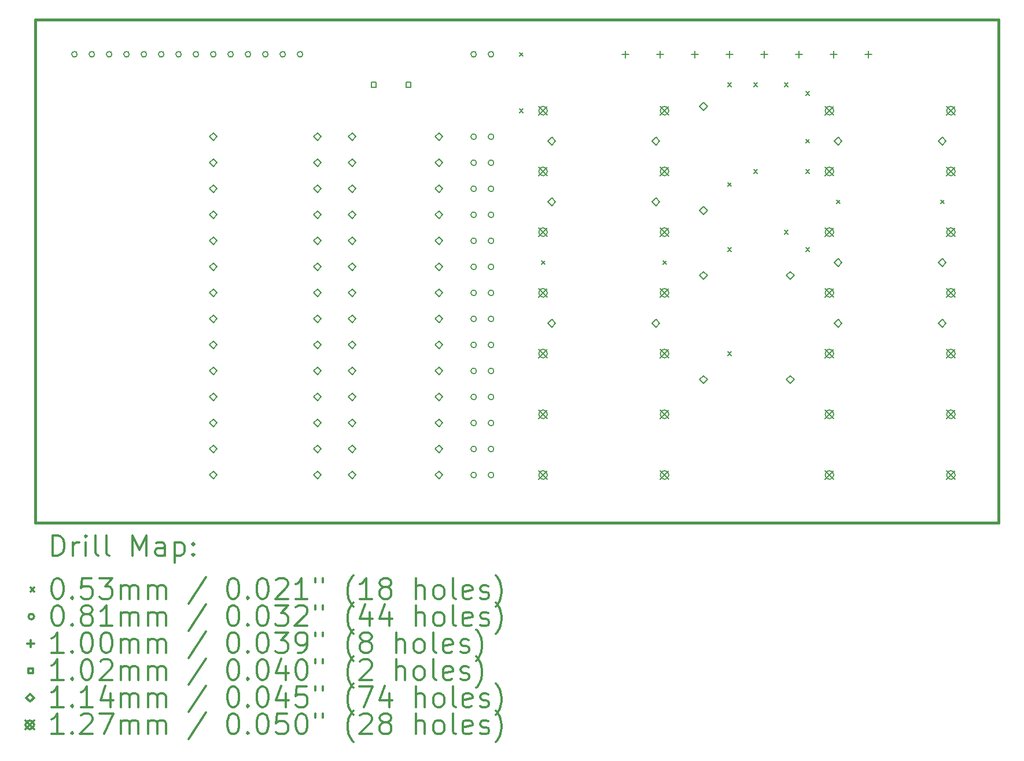
<source format=gbr>
%FSLAX45Y45*%
G04 Gerber Fmt 4.5, Leading zero omitted, Abs format (unit mm)*
G04 Created by KiCad (PCBNEW 4.0.5+dfsg1-4+deb9u1) date Sun Sep  4 20:08:49 2022*
%MOMM*%
%LPD*%
G01*
G04 APERTURE LIST*
%ADD10C,0.127000*%
%ADD11C,0.381000*%
%ADD12C,0.200000*%
%ADD13C,0.300000*%
G04 APERTURE END LIST*
D10*
D11*
X7937500Y-14414500D02*
X7937500Y-7048500D01*
X22034500Y-14414500D02*
X7937500Y-14414500D01*
X22034500Y-7048500D02*
X22034500Y-14414500D01*
X7937500Y-7048500D02*
X22034500Y-7048500D01*
D12*
X15022830Y-7529830D02*
X15076170Y-7583170D01*
X15076170Y-7529830D02*
X15022830Y-7583170D01*
X15022830Y-8355330D02*
X15076170Y-8408670D01*
X15076170Y-8355330D02*
X15022830Y-8408670D01*
X15340330Y-10577830D02*
X15393670Y-10631170D01*
X15393670Y-10577830D02*
X15340330Y-10631170D01*
X17118330Y-10577830D02*
X17171670Y-10631170D01*
X17171670Y-10577830D02*
X17118330Y-10631170D01*
X18070830Y-7974330D02*
X18124170Y-8027670D01*
X18124170Y-7974330D02*
X18070830Y-8027670D01*
X18070830Y-9434830D02*
X18124170Y-9488170D01*
X18124170Y-9434830D02*
X18070830Y-9488170D01*
X18070830Y-10387330D02*
X18124170Y-10440670D01*
X18124170Y-10387330D02*
X18070830Y-10440670D01*
X18070830Y-11911330D02*
X18124170Y-11964670D01*
X18124170Y-11911330D02*
X18070830Y-11964670D01*
X18451830Y-7974330D02*
X18505170Y-8027670D01*
X18505170Y-7974330D02*
X18451830Y-8027670D01*
X18451830Y-9244330D02*
X18505170Y-9297670D01*
X18505170Y-9244330D02*
X18451830Y-9297670D01*
X18896330Y-7974330D02*
X18949670Y-8027670D01*
X18949670Y-7974330D02*
X18896330Y-8027670D01*
X18896330Y-10133330D02*
X18949670Y-10186670D01*
X18949670Y-10133330D02*
X18896330Y-10186670D01*
X19213830Y-8101330D02*
X19267170Y-8154670D01*
X19267170Y-8101330D02*
X19213830Y-8154670D01*
X19213830Y-8799830D02*
X19267170Y-8853170D01*
X19267170Y-8799830D02*
X19213830Y-8853170D01*
X19213830Y-9244330D02*
X19267170Y-9297670D01*
X19267170Y-9244330D02*
X19213830Y-9297670D01*
X19213830Y-10387330D02*
X19267170Y-10440670D01*
X19267170Y-10387330D02*
X19213830Y-10440670D01*
X19658330Y-9688830D02*
X19711670Y-9742170D01*
X19711670Y-9688830D02*
X19658330Y-9742170D01*
X21182330Y-9688830D02*
X21235670Y-9742170D01*
X21235670Y-9688830D02*
X21182330Y-9742170D01*
X8549640Y-7556500D02*
G75*
G03X8549640Y-7556500I-40640J0D01*
G01*
X8803640Y-7556500D02*
G75*
G03X8803640Y-7556500I-40640J0D01*
G01*
X9057640Y-7556500D02*
G75*
G03X9057640Y-7556500I-40640J0D01*
G01*
X9311640Y-7556500D02*
G75*
G03X9311640Y-7556500I-40640J0D01*
G01*
X9565640Y-7556500D02*
G75*
G03X9565640Y-7556500I-40640J0D01*
G01*
X9819640Y-7556500D02*
G75*
G03X9819640Y-7556500I-40640J0D01*
G01*
X10073640Y-7556500D02*
G75*
G03X10073640Y-7556500I-40640J0D01*
G01*
X10327640Y-7556500D02*
G75*
G03X10327640Y-7556500I-40640J0D01*
G01*
X10581640Y-7556500D02*
G75*
G03X10581640Y-7556500I-40640J0D01*
G01*
X10835640Y-7556500D02*
G75*
G03X10835640Y-7556500I-40640J0D01*
G01*
X11089640Y-7556500D02*
G75*
G03X11089640Y-7556500I-40640J0D01*
G01*
X11343640Y-7556500D02*
G75*
G03X11343640Y-7556500I-40640J0D01*
G01*
X11597640Y-7556500D02*
G75*
G03X11597640Y-7556500I-40640J0D01*
G01*
X11851640Y-7556500D02*
G75*
G03X11851640Y-7556500I-40640J0D01*
G01*
X14391640Y-7556500D02*
G75*
G03X14391640Y-7556500I-40640J0D01*
G01*
X14391640Y-8763000D02*
G75*
G03X14391640Y-8763000I-40640J0D01*
G01*
X14391640Y-9144000D02*
G75*
G03X14391640Y-9144000I-40640J0D01*
G01*
X14391640Y-9525000D02*
G75*
G03X14391640Y-9525000I-40640J0D01*
G01*
X14391640Y-9906000D02*
G75*
G03X14391640Y-9906000I-40640J0D01*
G01*
X14391640Y-10287000D02*
G75*
G03X14391640Y-10287000I-40640J0D01*
G01*
X14391640Y-10668000D02*
G75*
G03X14391640Y-10668000I-40640J0D01*
G01*
X14391640Y-11049000D02*
G75*
G03X14391640Y-11049000I-40640J0D01*
G01*
X14391640Y-11430000D02*
G75*
G03X14391640Y-11430000I-40640J0D01*
G01*
X14391640Y-11811000D02*
G75*
G03X14391640Y-11811000I-40640J0D01*
G01*
X14391640Y-12192000D02*
G75*
G03X14391640Y-12192000I-40640J0D01*
G01*
X14391640Y-12573000D02*
G75*
G03X14391640Y-12573000I-40640J0D01*
G01*
X14391640Y-12954000D02*
G75*
G03X14391640Y-12954000I-40640J0D01*
G01*
X14391640Y-13335000D02*
G75*
G03X14391640Y-13335000I-40640J0D01*
G01*
X14391640Y-13716000D02*
G75*
G03X14391640Y-13716000I-40640J0D01*
G01*
X14645640Y-7556500D02*
G75*
G03X14645640Y-7556500I-40640J0D01*
G01*
X14645640Y-8763000D02*
G75*
G03X14645640Y-8763000I-40640J0D01*
G01*
X14645640Y-9144000D02*
G75*
G03X14645640Y-9144000I-40640J0D01*
G01*
X14645640Y-9525000D02*
G75*
G03X14645640Y-9525000I-40640J0D01*
G01*
X14645640Y-9906000D02*
G75*
G03X14645640Y-9906000I-40640J0D01*
G01*
X14645640Y-10287000D02*
G75*
G03X14645640Y-10287000I-40640J0D01*
G01*
X14645640Y-10668000D02*
G75*
G03X14645640Y-10668000I-40640J0D01*
G01*
X14645640Y-11049000D02*
G75*
G03X14645640Y-11049000I-40640J0D01*
G01*
X14645640Y-11430000D02*
G75*
G03X14645640Y-11430000I-40640J0D01*
G01*
X14645640Y-11811000D02*
G75*
G03X14645640Y-11811000I-40640J0D01*
G01*
X14645640Y-12192000D02*
G75*
G03X14645640Y-12192000I-40640J0D01*
G01*
X14645640Y-12573000D02*
G75*
G03X14645640Y-12573000I-40640J0D01*
G01*
X14645640Y-12954000D02*
G75*
G03X14645640Y-12954000I-40640J0D01*
G01*
X14645640Y-13335000D02*
G75*
G03X14645640Y-13335000I-40640J0D01*
G01*
X14645640Y-13716000D02*
G75*
G03X14645640Y-13716000I-40640J0D01*
G01*
X16573500Y-7506462D02*
X16573500Y-7606538D01*
X16523462Y-7556500D02*
X16623538Y-7556500D01*
X17081500Y-7506462D02*
X17081500Y-7606538D01*
X17031462Y-7556500D02*
X17131538Y-7556500D01*
X17589500Y-7506462D02*
X17589500Y-7606538D01*
X17539462Y-7556500D02*
X17639538Y-7556500D01*
X18097500Y-7506462D02*
X18097500Y-7606538D01*
X18047462Y-7556500D02*
X18147538Y-7556500D01*
X18605500Y-7506462D02*
X18605500Y-7606538D01*
X18555462Y-7556500D02*
X18655538Y-7556500D01*
X19113500Y-7506462D02*
X19113500Y-7606538D01*
X19063462Y-7556500D02*
X19163538Y-7556500D01*
X19621500Y-7506462D02*
X19621500Y-7606538D01*
X19571462Y-7556500D02*
X19671538Y-7556500D01*
X20129500Y-7506462D02*
X20129500Y-7606538D01*
X20079462Y-7556500D02*
X20179538Y-7556500D01*
X12926421Y-8036921D02*
X12926421Y-7965079D01*
X12854579Y-7965079D01*
X12854579Y-8036921D01*
X12926421Y-8036921D01*
X13434421Y-8036921D02*
X13434421Y-7965079D01*
X13362579Y-7965079D01*
X13362579Y-8036921D01*
X13434421Y-8036921D01*
X10541000Y-8820150D02*
X10598150Y-8763000D01*
X10541000Y-8705850D01*
X10483850Y-8763000D01*
X10541000Y-8820150D01*
X10541000Y-9201150D02*
X10598150Y-9144000D01*
X10541000Y-9086850D01*
X10483850Y-9144000D01*
X10541000Y-9201150D01*
X10541000Y-9582150D02*
X10598150Y-9525000D01*
X10541000Y-9467850D01*
X10483850Y-9525000D01*
X10541000Y-9582150D01*
X10541000Y-9963150D02*
X10598150Y-9906000D01*
X10541000Y-9848850D01*
X10483850Y-9906000D01*
X10541000Y-9963150D01*
X10541000Y-10344150D02*
X10598150Y-10287000D01*
X10541000Y-10229850D01*
X10483850Y-10287000D01*
X10541000Y-10344150D01*
X10541000Y-10725150D02*
X10598150Y-10668000D01*
X10541000Y-10610850D01*
X10483850Y-10668000D01*
X10541000Y-10725150D01*
X10541000Y-11106150D02*
X10598150Y-11049000D01*
X10541000Y-10991850D01*
X10483850Y-11049000D01*
X10541000Y-11106150D01*
X10541000Y-11487150D02*
X10598150Y-11430000D01*
X10541000Y-11372850D01*
X10483850Y-11430000D01*
X10541000Y-11487150D01*
X10541000Y-11868150D02*
X10598150Y-11811000D01*
X10541000Y-11753850D01*
X10483850Y-11811000D01*
X10541000Y-11868150D01*
X10541000Y-12249150D02*
X10598150Y-12192000D01*
X10541000Y-12134850D01*
X10483850Y-12192000D01*
X10541000Y-12249150D01*
X10541000Y-12630150D02*
X10598150Y-12573000D01*
X10541000Y-12515850D01*
X10483850Y-12573000D01*
X10541000Y-12630150D01*
X10541000Y-13011150D02*
X10598150Y-12954000D01*
X10541000Y-12896850D01*
X10483850Y-12954000D01*
X10541000Y-13011150D01*
X10541000Y-13392150D02*
X10598150Y-13335000D01*
X10541000Y-13277850D01*
X10483850Y-13335000D01*
X10541000Y-13392150D01*
X10541000Y-13773150D02*
X10598150Y-13716000D01*
X10541000Y-13658850D01*
X10483850Y-13716000D01*
X10541000Y-13773150D01*
X12065000Y-8820150D02*
X12122150Y-8763000D01*
X12065000Y-8705850D01*
X12007850Y-8763000D01*
X12065000Y-8820150D01*
X12065000Y-9201150D02*
X12122150Y-9144000D01*
X12065000Y-9086850D01*
X12007850Y-9144000D01*
X12065000Y-9201150D01*
X12065000Y-9582150D02*
X12122150Y-9525000D01*
X12065000Y-9467850D01*
X12007850Y-9525000D01*
X12065000Y-9582150D01*
X12065000Y-9963150D02*
X12122150Y-9906000D01*
X12065000Y-9848850D01*
X12007850Y-9906000D01*
X12065000Y-9963150D01*
X12065000Y-10344150D02*
X12122150Y-10287000D01*
X12065000Y-10229850D01*
X12007850Y-10287000D01*
X12065000Y-10344150D01*
X12065000Y-10725150D02*
X12122150Y-10668000D01*
X12065000Y-10610850D01*
X12007850Y-10668000D01*
X12065000Y-10725150D01*
X12065000Y-11106150D02*
X12122150Y-11049000D01*
X12065000Y-10991850D01*
X12007850Y-11049000D01*
X12065000Y-11106150D01*
X12065000Y-11487150D02*
X12122150Y-11430000D01*
X12065000Y-11372850D01*
X12007850Y-11430000D01*
X12065000Y-11487150D01*
X12065000Y-11868150D02*
X12122150Y-11811000D01*
X12065000Y-11753850D01*
X12007850Y-11811000D01*
X12065000Y-11868150D01*
X12065000Y-12249150D02*
X12122150Y-12192000D01*
X12065000Y-12134850D01*
X12007850Y-12192000D01*
X12065000Y-12249150D01*
X12065000Y-12630150D02*
X12122150Y-12573000D01*
X12065000Y-12515850D01*
X12007850Y-12573000D01*
X12065000Y-12630150D01*
X12065000Y-13011150D02*
X12122150Y-12954000D01*
X12065000Y-12896850D01*
X12007850Y-12954000D01*
X12065000Y-13011150D01*
X12065000Y-13392150D02*
X12122150Y-13335000D01*
X12065000Y-13277850D01*
X12007850Y-13335000D01*
X12065000Y-13392150D01*
X12065000Y-13773150D02*
X12122150Y-13716000D01*
X12065000Y-13658850D01*
X12007850Y-13716000D01*
X12065000Y-13773150D01*
X12573000Y-8820150D02*
X12630150Y-8763000D01*
X12573000Y-8705850D01*
X12515850Y-8763000D01*
X12573000Y-8820150D01*
X12573000Y-9201150D02*
X12630150Y-9144000D01*
X12573000Y-9086850D01*
X12515850Y-9144000D01*
X12573000Y-9201150D01*
X12573000Y-9582150D02*
X12630150Y-9525000D01*
X12573000Y-9467850D01*
X12515850Y-9525000D01*
X12573000Y-9582150D01*
X12573000Y-9963150D02*
X12630150Y-9906000D01*
X12573000Y-9848850D01*
X12515850Y-9906000D01*
X12573000Y-9963150D01*
X12573000Y-10344150D02*
X12630150Y-10287000D01*
X12573000Y-10229850D01*
X12515850Y-10287000D01*
X12573000Y-10344150D01*
X12573000Y-10725150D02*
X12630150Y-10668000D01*
X12573000Y-10610850D01*
X12515850Y-10668000D01*
X12573000Y-10725150D01*
X12573000Y-11106150D02*
X12630150Y-11049000D01*
X12573000Y-10991850D01*
X12515850Y-11049000D01*
X12573000Y-11106150D01*
X12573000Y-11487150D02*
X12630150Y-11430000D01*
X12573000Y-11372850D01*
X12515850Y-11430000D01*
X12573000Y-11487150D01*
X12573000Y-11868150D02*
X12630150Y-11811000D01*
X12573000Y-11753850D01*
X12515850Y-11811000D01*
X12573000Y-11868150D01*
X12573000Y-12249150D02*
X12630150Y-12192000D01*
X12573000Y-12134850D01*
X12515850Y-12192000D01*
X12573000Y-12249150D01*
X12573000Y-12630150D02*
X12630150Y-12573000D01*
X12573000Y-12515850D01*
X12515850Y-12573000D01*
X12573000Y-12630150D01*
X12573000Y-13011150D02*
X12630150Y-12954000D01*
X12573000Y-12896850D01*
X12515850Y-12954000D01*
X12573000Y-13011150D01*
X12573000Y-13392150D02*
X12630150Y-13335000D01*
X12573000Y-13277850D01*
X12515850Y-13335000D01*
X12573000Y-13392150D01*
X12573000Y-13773150D02*
X12630150Y-13716000D01*
X12573000Y-13658850D01*
X12515850Y-13716000D01*
X12573000Y-13773150D01*
X13843000Y-8820150D02*
X13900150Y-8763000D01*
X13843000Y-8705850D01*
X13785850Y-8763000D01*
X13843000Y-8820150D01*
X13843000Y-9201150D02*
X13900150Y-9144000D01*
X13843000Y-9086850D01*
X13785850Y-9144000D01*
X13843000Y-9201150D01*
X13843000Y-9582150D02*
X13900150Y-9525000D01*
X13843000Y-9467850D01*
X13785850Y-9525000D01*
X13843000Y-9582150D01*
X13843000Y-9963150D02*
X13900150Y-9906000D01*
X13843000Y-9848850D01*
X13785850Y-9906000D01*
X13843000Y-9963150D01*
X13843000Y-10344150D02*
X13900150Y-10287000D01*
X13843000Y-10229850D01*
X13785850Y-10287000D01*
X13843000Y-10344150D01*
X13843000Y-10725150D02*
X13900150Y-10668000D01*
X13843000Y-10610850D01*
X13785850Y-10668000D01*
X13843000Y-10725150D01*
X13843000Y-11106150D02*
X13900150Y-11049000D01*
X13843000Y-10991850D01*
X13785850Y-11049000D01*
X13843000Y-11106150D01*
X13843000Y-11487150D02*
X13900150Y-11430000D01*
X13843000Y-11372850D01*
X13785850Y-11430000D01*
X13843000Y-11487150D01*
X13843000Y-11868150D02*
X13900150Y-11811000D01*
X13843000Y-11753850D01*
X13785850Y-11811000D01*
X13843000Y-11868150D01*
X13843000Y-12249150D02*
X13900150Y-12192000D01*
X13843000Y-12134850D01*
X13785850Y-12192000D01*
X13843000Y-12249150D01*
X13843000Y-12630150D02*
X13900150Y-12573000D01*
X13843000Y-12515850D01*
X13785850Y-12573000D01*
X13843000Y-12630150D01*
X13843000Y-13011150D02*
X13900150Y-12954000D01*
X13843000Y-12896850D01*
X13785850Y-12954000D01*
X13843000Y-13011150D01*
X13843000Y-13392150D02*
X13900150Y-13335000D01*
X13843000Y-13277850D01*
X13785850Y-13335000D01*
X13843000Y-13392150D01*
X13843000Y-13773150D02*
X13900150Y-13716000D01*
X13843000Y-13658850D01*
X13785850Y-13716000D01*
X13843000Y-13773150D01*
X15494000Y-8883650D02*
X15551150Y-8826500D01*
X15494000Y-8769350D01*
X15436850Y-8826500D01*
X15494000Y-8883650D01*
X15494000Y-9772650D02*
X15551150Y-9715500D01*
X15494000Y-9658350D01*
X15436850Y-9715500D01*
X15494000Y-9772650D01*
X15494000Y-11550650D02*
X15551150Y-11493500D01*
X15494000Y-11436350D01*
X15436850Y-11493500D01*
X15494000Y-11550650D01*
X17018000Y-8883650D02*
X17075150Y-8826500D01*
X17018000Y-8769350D01*
X16960850Y-8826500D01*
X17018000Y-8883650D01*
X17018000Y-9772650D02*
X17075150Y-9715500D01*
X17018000Y-9658350D01*
X16960850Y-9715500D01*
X17018000Y-9772650D01*
X17018000Y-11550650D02*
X17075150Y-11493500D01*
X17018000Y-11436350D01*
X16960850Y-11493500D01*
X17018000Y-11550650D01*
X17716500Y-8375650D02*
X17773650Y-8318500D01*
X17716500Y-8261350D01*
X17659350Y-8318500D01*
X17716500Y-8375650D01*
X17716500Y-9899650D02*
X17773650Y-9842500D01*
X17716500Y-9785350D01*
X17659350Y-9842500D01*
X17716500Y-9899650D01*
X17716500Y-10852150D02*
X17773650Y-10795000D01*
X17716500Y-10737850D01*
X17659350Y-10795000D01*
X17716500Y-10852150D01*
X17716500Y-12376150D02*
X17773650Y-12319000D01*
X17716500Y-12261850D01*
X17659350Y-12319000D01*
X17716500Y-12376150D01*
X18986500Y-10852150D02*
X19043650Y-10795000D01*
X18986500Y-10737850D01*
X18929350Y-10795000D01*
X18986500Y-10852150D01*
X18986500Y-12376150D02*
X19043650Y-12319000D01*
X18986500Y-12261850D01*
X18929350Y-12319000D01*
X18986500Y-12376150D01*
X19685000Y-8883650D02*
X19742150Y-8826500D01*
X19685000Y-8769350D01*
X19627850Y-8826500D01*
X19685000Y-8883650D01*
X19685000Y-10661650D02*
X19742150Y-10604500D01*
X19685000Y-10547350D01*
X19627850Y-10604500D01*
X19685000Y-10661650D01*
X19685000Y-11550650D02*
X19742150Y-11493500D01*
X19685000Y-11436350D01*
X19627850Y-11493500D01*
X19685000Y-11550650D01*
X21209000Y-8883650D02*
X21266150Y-8826500D01*
X21209000Y-8769350D01*
X21151850Y-8826500D01*
X21209000Y-8883650D01*
X21209000Y-10661650D02*
X21266150Y-10604500D01*
X21209000Y-10547350D01*
X21151850Y-10604500D01*
X21209000Y-10661650D01*
X21209000Y-11550650D02*
X21266150Y-11493500D01*
X21209000Y-11436350D01*
X21151850Y-11493500D01*
X21209000Y-11550650D01*
X15303500Y-8318500D02*
X15430500Y-8445500D01*
X15430500Y-8318500D02*
X15303500Y-8445500D01*
X15430500Y-8382000D02*
G75*
G03X15430500Y-8382000I-63500J0D01*
G01*
X15303500Y-9207500D02*
X15430500Y-9334500D01*
X15430500Y-9207500D02*
X15303500Y-9334500D01*
X15430500Y-9271000D02*
G75*
G03X15430500Y-9271000I-63500J0D01*
G01*
X15303500Y-10096500D02*
X15430500Y-10223500D01*
X15430500Y-10096500D02*
X15303500Y-10223500D01*
X15430500Y-10160000D02*
G75*
G03X15430500Y-10160000I-63500J0D01*
G01*
X15303500Y-10985500D02*
X15430500Y-11112500D01*
X15430500Y-10985500D02*
X15303500Y-11112500D01*
X15430500Y-11049000D02*
G75*
G03X15430500Y-11049000I-63500J0D01*
G01*
X15303500Y-11874500D02*
X15430500Y-12001500D01*
X15430500Y-11874500D02*
X15303500Y-12001500D01*
X15430500Y-11938000D02*
G75*
G03X15430500Y-11938000I-63500J0D01*
G01*
X15303500Y-12763500D02*
X15430500Y-12890500D01*
X15430500Y-12763500D02*
X15303500Y-12890500D01*
X15430500Y-12827000D02*
G75*
G03X15430500Y-12827000I-63500J0D01*
G01*
X15303500Y-13652500D02*
X15430500Y-13779500D01*
X15430500Y-13652500D02*
X15303500Y-13779500D01*
X15430500Y-13716000D02*
G75*
G03X15430500Y-13716000I-63500J0D01*
G01*
X17081500Y-8318500D02*
X17208500Y-8445500D01*
X17208500Y-8318500D02*
X17081500Y-8445500D01*
X17208500Y-8382000D02*
G75*
G03X17208500Y-8382000I-63500J0D01*
G01*
X17081500Y-9207500D02*
X17208500Y-9334500D01*
X17208500Y-9207500D02*
X17081500Y-9334500D01*
X17208500Y-9271000D02*
G75*
G03X17208500Y-9271000I-63500J0D01*
G01*
X17081500Y-10096500D02*
X17208500Y-10223500D01*
X17208500Y-10096500D02*
X17081500Y-10223500D01*
X17208500Y-10160000D02*
G75*
G03X17208500Y-10160000I-63500J0D01*
G01*
X17081500Y-10985500D02*
X17208500Y-11112500D01*
X17208500Y-10985500D02*
X17081500Y-11112500D01*
X17208500Y-11049000D02*
G75*
G03X17208500Y-11049000I-63500J0D01*
G01*
X17081500Y-11874500D02*
X17208500Y-12001500D01*
X17208500Y-11874500D02*
X17081500Y-12001500D01*
X17208500Y-11938000D02*
G75*
G03X17208500Y-11938000I-63500J0D01*
G01*
X17081500Y-12763500D02*
X17208500Y-12890500D01*
X17208500Y-12763500D02*
X17081500Y-12890500D01*
X17208500Y-12827000D02*
G75*
G03X17208500Y-12827000I-63500J0D01*
G01*
X17081500Y-13652500D02*
X17208500Y-13779500D01*
X17208500Y-13652500D02*
X17081500Y-13779500D01*
X17208500Y-13716000D02*
G75*
G03X17208500Y-13716000I-63500J0D01*
G01*
X19494500Y-8318500D02*
X19621500Y-8445500D01*
X19621500Y-8318500D02*
X19494500Y-8445500D01*
X19621500Y-8382000D02*
G75*
G03X19621500Y-8382000I-63500J0D01*
G01*
X19494500Y-9207500D02*
X19621500Y-9334500D01*
X19621500Y-9207500D02*
X19494500Y-9334500D01*
X19621500Y-9271000D02*
G75*
G03X19621500Y-9271000I-63500J0D01*
G01*
X19494500Y-10096500D02*
X19621500Y-10223500D01*
X19621500Y-10096500D02*
X19494500Y-10223500D01*
X19621500Y-10160000D02*
G75*
G03X19621500Y-10160000I-63500J0D01*
G01*
X19494500Y-10985500D02*
X19621500Y-11112500D01*
X19621500Y-10985500D02*
X19494500Y-11112500D01*
X19621500Y-11049000D02*
G75*
G03X19621500Y-11049000I-63500J0D01*
G01*
X19494500Y-11874500D02*
X19621500Y-12001500D01*
X19621500Y-11874500D02*
X19494500Y-12001500D01*
X19621500Y-11938000D02*
G75*
G03X19621500Y-11938000I-63500J0D01*
G01*
X19494500Y-12763500D02*
X19621500Y-12890500D01*
X19621500Y-12763500D02*
X19494500Y-12890500D01*
X19621500Y-12827000D02*
G75*
G03X19621500Y-12827000I-63500J0D01*
G01*
X19494500Y-13652500D02*
X19621500Y-13779500D01*
X19621500Y-13652500D02*
X19494500Y-13779500D01*
X19621500Y-13716000D02*
G75*
G03X19621500Y-13716000I-63500J0D01*
G01*
X21272500Y-8318500D02*
X21399500Y-8445500D01*
X21399500Y-8318500D02*
X21272500Y-8445500D01*
X21399500Y-8382000D02*
G75*
G03X21399500Y-8382000I-63500J0D01*
G01*
X21272500Y-9207500D02*
X21399500Y-9334500D01*
X21399500Y-9207500D02*
X21272500Y-9334500D01*
X21399500Y-9271000D02*
G75*
G03X21399500Y-9271000I-63500J0D01*
G01*
X21272500Y-10096500D02*
X21399500Y-10223500D01*
X21399500Y-10096500D02*
X21272500Y-10223500D01*
X21399500Y-10160000D02*
G75*
G03X21399500Y-10160000I-63500J0D01*
G01*
X21272500Y-10985500D02*
X21399500Y-11112500D01*
X21399500Y-10985500D02*
X21272500Y-11112500D01*
X21399500Y-11049000D02*
G75*
G03X21399500Y-11049000I-63500J0D01*
G01*
X21272500Y-11874500D02*
X21399500Y-12001500D01*
X21399500Y-11874500D02*
X21272500Y-12001500D01*
X21399500Y-11938000D02*
G75*
G03X21399500Y-11938000I-63500J0D01*
G01*
X21272500Y-12763500D02*
X21399500Y-12890500D01*
X21399500Y-12763500D02*
X21272500Y-12890500D01*
X21399500Y-12827000D02*
G75*
G03X21399500Y-12827000I-63500J0D01*
G01*
X21272500Y-13652500D02*
X21399500Y-13779500D01*
X21399500Y-13652500D02*
X21272500Y-13779500D01*
X21399500Y-13716000D02*
G75*
G03X21399500Y-13716000I-63500J0D01*
G01*
D13*
X8189878Y-14899264D02*
X8189878Y-14599264D01*
X8261307Y-14599264D01*
X8304164Y-14613550D01*
X8332736Y-14642121D01*
X8347021Y-14670693D01*
X8361307Y-14727836D01*
X8361307Y-14770693D01*
X8347021Y-14827836D01*
X8332736Y-14856407D01*
X8304164Y-14884979D01*
X8261307Y-14899264D01*
X8189878Y-14899264D01*
X8489879Y-14899264D02*
X8489879Y-14699264D01*
X8489879Y-14756407D02*
X8504164Y-14727836D01*
X8518450Y-14713550D01*
X8547021Y-14699264D01*
X8575593Y-14699264D01*
X8675593Y-14899264D02*
X8675593Y-14699264D01*
X8675593Y-14599264D02*
X8661307Y-14613550D01*
X8675593Y-14627836D01*
X8689879Y-14613550D01*
X8675593Y-14599264D01*
X8675593Y-14627836D01*
X8861307Y-14899264D02*
X8832736Y-14884979D01*
X8818450Y-14856407D01*
X8818450Y-14599264D01*
X9018450Y-14899264D02*
X8989879Y-14884979D01*
X8975593Y-14856407D01*
X8975593Y-14599264D01*
X9361307Y-14899264D02*
X9361307Y-14599264D01*
X9461307Y-14813550D01*
X9561307Y-14599264D01*
X9561307Y-14899264D01*
X9832736Y-14899264D02*
X9832736Y-14742121D01*
X9818450Y-14713550D01*
X9789879Y-14699264D01*
X9732736Y-14699264D01*
X9704164Y-14713550D01*
X9832736Y-14884979D02*
X9804164Y-14899264D01*
X9732736Y-14899264D01*
X9704164Y-14884979D01*
X9689879Y-14856407D01*
X9689879Y-14827836D01*
X9704164Y-14799264D01*
X9732736Y-14784979D01*
X9804164Y-14784979D01*
X9832736Y-14770693D01*
X9975593Y-14699264D02*
X9975593Y-14999264D01*
X9975593Y-14713550D02*
X10004164Y-14699264D01*
X10061307Y-14699264D01*
X10089879Y-14713550D01*
X10104164Y-14727836D01*
X10118450Y-14756407D01*
X10118450Y-14842121D01*
X10104164Y-14870693D01*
X10089879Y-14884979D01*
X10061307Y-14899264D01*
X10004164Y-14899264D01*
X9975593Y-14884979D01*
X10247021Y-14870693D02*
X10261307Y-14884979D01*
X10247021Y-14899264D01*
X10232736Y-14884979D01*
X10247021Y-14870693D01*
X10247021Y-14899264D01*
X10247021Y-14713550D02*
X10261307Y-14727836D01*
X10247021Y-14742121D01*
X10232736Y-14727836D01*
X10247021Y-14713550D01*
X10247021Y-14742121D01*
X7865110Y-15366880D02*
X7918450Y-15420220D01*
X7918450Y-15366880D02*
X7865110Y-15420220D01*
X8247021Y-15229264D02*
X8275593Y-15229264D01*
X8304164Y-15243550D01*
X8318450Y-15257836D01*
X8332736Y-15286407D01*
X8347021Y-15343550D01*
X8347021Y-15414979D01*
X8332736Y-15472121D01*
X8318450Y-15500693D01*
X8304164Y-15514979D01*
X8275593Y-15529264D01*
X8247021Y-15529264D01*
X8218450Y-15514979D01*
X8204164Y-15500693D01*
X8189878Y-15472121D01*
X8175593Y-15414979D01*
X8175593Y-15343550D01*
X8189878Y-15286407D01*
X8204164Y-15257836D01*
X8218450Y-15243550D01*
X8247021Y-15229264D01*
X8475593Y-15500693D02*
X8489879Y-15514979D01*
X8475593Y-15529264D01*
X8461307Y-15514979D01*
X8475593Y-15500693D01*
X8475593Y-15529264D01*
X8761307Y-15229264D02*
X8618450Y-15229264D01*
X8604164Y-15372121D01*
X8618450Y-15357836D01*
X8647021Y-15343550D01*
X8718450Y-15343550D01*
X8747021Y-15357836D01*
X8761307Y-15372121D01*
X8775593Y-15400693D01*
X8775593Y-15472121D01*
X8761307Y-15500693D01*
X8747021Y-15514979D01*
X8718450Y-15529264D01*
X8647021Y-15529264D01*
X8618450Y-15514979D01*
X8604164Y-15500693D01*
X8875593Y-15229264D02*
X9061307Y-15229264D01*
X8961307Y-15343550D01*
X9004164Y-15343550D01*
X9032736Y-15357836D01*
X9047021Y-15372121D01*
X9061307Y-15400693D01*
X9061307Y-15472121D01*
X9047021Y-15500693D01*
X9032736Y-15514979D01*
X9004164Y-15529264D01*
X8918450Y-15529264D01*
X8889879Y-15514979D01*
X8875593Y-15500693D01*
X9189879Y-15529264D02*
X9189879Y-15329264D01*
X9189879Y-15357836D02*
X9204164Y-15343550D01*
X9232736Y-15329264D01*
X9275593Y-15329264D01*
X9304164Y-15343550D01*
X9318450Y-15372121D01*
X9318450Y-15529264D01*
X9318450Y-15372121D02*
X9332736Y-15343550D01*
X9361307Y-15329264D01*
X9404164Y-15329264D01*
X9432736Y-15343550D01*
X9447021Y-15372121D01*
X9447021Y-15529264D01*
X9589879Y-15529264D02*
X9589879Y-15329264D01*
X9589879Y-15357836D02*
X9604164Y-15343550D01*
X9632736Y-15329264D01*
X9675593Y-15329264D01*
X9704164Y-15343550D01*
X9718450Y-15372121D01*
X9718450Y-15529264D01*
X9718450Y-15372121D02*
X9732736Y-15343550D01*
X9761307Y-15329264D01*
X9804164Y-15329264D01*
X9832736Y-15343550D01*
X9847021Y-15372121D01*
X9847021Y-15529264D01*
X10432736Y-15214979D02*
X10175593Y-15600693D01*
X10818450Y-15229264D02*
X10847021Y-15229264D01*
X10875593Y-15243550D01*
X10889878Y-15257836D01*
X10904164Y-15286407D01*
X10918450Y-15343550D01*
X10918450Y-15414979D01*
X10904164Y-15472121D01*
X10889878Y-15500693D01*
X10875593Y-15514979D01*
X10847021Y-15529264D01*
X10818450Y-15529264D01*
X10789878Y-15514979D01*
X10775593Y-15500693D01*
X10761307Y-15472121D01*
X10747021Y-15414979D01*
X10747021Y-15343550D01*
X10761307Y-15286407D01*
X10775593Y-15257836D01*
X10789878Y-15243550D01*
X10818450Y-15229264D01*
X11047021Y-15500693D02*
X11061307Y-15514979D01*
X11047021Y-15529264D01*
X11032736Y-15514979D01*
X11047021Y-15500693D01*
X11047021Y-15529264D01*
X11247021Y-15229264D02*
X11275593Y-15229264D01*
X11304164Y-15243550D01*
X11318450Y-15257836D01*
X11332735Y-15286407D01*
X11347021Y-15343550D01*
X11347021Y-15414979D01*
X11332735Y-15472121D01*
X11318450Y-15500693D01*
X11304164Y-15514979D01*
X11275593Y-15529264D01*
X11247021Y-15529264D01*
X11218450Y-15514979D01*
X11204164Y-15500693D01*
X11189878Y-15472121D01*
X11175593Y-15414979D01*
X11175593Y-15343550D01*
X11189878Y-15286407D01*
X11204164Y-15257836D01*
X11218450Y-15243550D01*
X11247021Y-15229264D01*
X11461307Y-15257836D02*
X11475593Y-15243550D01*
X11504164Y-15229264D01*
X11575593Y-15229264D01*
X11604164Y-15243550D01*
X11618450Y-15257836D01*
X11632735Y-15286407D01*
X11632735Y-15314979D01*
X11618450Y-15357836D01*
X11447021Y-15529264D01*
X11632735Y-15529264D01*
X11918450Y-15529264D02*
X11747021Y-15529264D01*
X11832735Y-15529264D02*
X11832735Y-15229264D01*
X11804164Y-15272121D01*
X11775593Y-15300693D01*
X11747021Y-15314979D01*
X12032736Y-15229264D02*
X12032736Y-15286407D01*
X12147021Y-15229264D02*
X12147021Y-15286407D01*
X12589878Y-15643550D02*
X12575593Y-15629264D01*
X12547021Y-15586407D01*
X12532735Y-15557836D01*
X12518450Y-15514979D01*
X12504164Y-15443550D01*
X12504164Y-15386407D01*
X12518450Y-15314979D01*
X12532735Y-15272121D01*
X12547021Y-15243550D01*
X12575593Y-15200693D01*
X12589878Y-15186407D01*
X12861307Y-15529264D02*
X12689878Y-15529264D01*
X12775593Y-15529264D02*
X12775593Y-15229264D01*
X12747021Y-15272121D01*
X12718450Y-15300693D01*
X12689878Y-15314979D01*
X13032735Y-15357836D02*
X13004164Y-15343550D01*
X12989878Y-15329264D01*
X12975593Y-15300693D01*
X12975593Y-15286407D01*
X12989878Y-15257836D01*
X13004164Y-15243550D01*
X13032735Y-15229264D01*
X13089878Y-15229264D01*
X13118450Y-15243550D01*
X13132735Y-15257836D01*
X13147021Y-15286407D01*
X13147021Y-15300693D01*
X13132735Y-15329264D01*
X13118450Y-15343550D01*
X13089878Y-15357836D01*
X13032735Y-15357836D01*
X13004164Y-15372121D01*
X12989878Y-15386407D01*
X12975593Y-15414979D01*
X12975593Y-15472121D01*
X12989878Y-15500693D01*
X13004164Y-15514979D01*
X13032735Y-15529264D01*
X13089878Y-15529264D01*
X13118450Y-15514979D01*
X13132735Y-15500693D01*
X13147021Y-15472121D01*
X13147021Y-15414979D01*
X13132735Y-15386407D01*
X13118450Y-15372121D01*
X13089878Y-15357836D01*
X13504164Y-15529264D02*
X13504164Y-15229264D01*
X13632735Y-15529264D02*
X13632735Y-15372121D01*
X13618450Y-15343550D01*
X13589878Y-15329264D01*
X13547021Y-15329264D01*
X13518450Y-15343550D01*
X13504164Y-15357836D01*
X13818450Y-15529264D02*
X13789878Y-15514979D01*
X13775593Y-15500693D01*
X13761307Y-15472121D01*
X13761307Y-15386407D01*
X13775593Y-15357836D01*
X13789878Y-15343550D01*
X13818450Y-15329264D01*
X13861307Y-15329264D01*
X13889878Y-15343550D01*
X13904164Y-15357836D01*
X13918450Y-15386407D01*
X13918450Y-15472121D01*
X13904164Y-15500693D01*
X13889878Y-15514979D01*
X13861307Y-15529264D01*
X13818450Y-15529264D01*
X14089878Y-15529264D02*
X14061307Y-15514979D01*
X14047021Y-15486407D01*
X14047021Y-15229264D01*
X14318450Y-15514979D02*
X14289878Y-15529264D01*
X14232736Y-15529264D01*
X14204164Y-15514979D01*
X14189878Y-15486407D01*
X14189878Y-15372121D01*
X14204164Y-15343550D01*
X14232736Y-15329264D01*
X14289878Y-15329264D01*
X14318450Y-15343550D01*
X14332736Y-15372121D01*
X14332736Y-15400693D01*
X14189878Y-15429264D01*
X14447021Y-15514979D02*
X14475593Y-15529264D01*
X14532736Y-15529264D01*
X14561307Y-15514979D01*
X14575593Y-15486407D01*
X14575593Y-15472121D01*
X14561307Y-15443550D01*
X14532736Y-15429264D01*
X14489878Y-15429264D01*
X14461307Y-15414979D01*
X14447021Y-15386407D01*
X14447021Y-15372121D01*
X14461307Y-15343550D01*
X14489878Y-15329264D01*
X14532736Y-15329264D01*
X14561307Y-15343550D01*
X14675593Y-15643550D02*
X14689878Y-15629264D01*
X14718450Y-15586407D01*
X14732736Y-15557836D01*
X14747021Y-15514979D01*
X14761307Y-15443550D01*
X14761307Y-15386407D01*
X14747021Y-15314979D01*
X14732736Y-15272121D01*
X14718450Y-15243550D01*
X14689878Y-15200693D01*
X14675593Y-15186407D01*
X7918450Y-15789550D02*
G75*
G03X7918450Y-15789550I-40640J0D01*
G01*
X8247021Y-15625264D02*
X8275593Y-15625264D01*
X8304164Y-15639550D01*
X8318450Y-15653836D01*
X8332736Y-15682407D01*
X8347021Y-15739550D01*
X8347021Y-15810979D01*
X8332736Y-15868121D01*
X8318450Y-15896693D01*
X8304164Y-15910979D01*
X8275593Y-15925264D01*
X8247021Y-15925264D01*
X8218450Y-15910979D01*
X8204164Y-15896693D01*
X8189878Y-15868121D01*
X8175593Y-15810979D01*
X8175593Y-15739550D01*
X8189878Y-15682407D01*
X8204164Y-15653836D01*
X8218450Y-15639550D01*
X8247021Y-15625264D01*
X8475593Y-15896693D02*
X8489879Y-15910979D01*
X8475593Y-15925264D01*
X8461307Y-15910979D01*
X8475593Y-15896693D01*
X8475593Y-15925264D01*
X8661307Y-15753836D02*
X8632736Y-15739550D01*
X8618450Y-15725264D01*
X8604164Y-15696693D01*
X8604164Y-15682407D01*
X8618450Y-15653836D01*
X8632736Y-15639550D01*
X8661307Y-15625264D01*
X8718450Y-15625264D01*
X8747021Y-15639550D01*
X8761307Y-15653836D01*
X8775593Y-15682407D01*
X8775593Y-15696693D01*
X8761307Y-15725264D01*
X8747021Y-15739550D01*
X8718450Y-15753836D01*
X8661307Y-15753836D01*
X8632736Y-15768121D01*
X8618450Y-15782407D01*
X8604164Y-15810979D01*
X8604164Y-15868121D01*
X8618450Y-15896693D01*
X8632736Y-15910979D01*
X8661307Y-15925264D01*
X8718450Y-15925264D01*
X8747021Y-15910979D01*
X8761307Y-15896693D01*
X8775593Y-15868121D01*
X8775593Y-15810979D01*
X8761307Y-15782407D01*
X8747021Y-15768121D01*
X8718450Y-15753836D01*
X9061307Y-15925264D02*
X8889879Y-15925264D01*
X8975593Y-15925264D02*
X8975593Y-15625264D01*
X8947021Y-15668121D01*
X8918450Y-15696693D01*
X8889879Y-15710979D01*
X9189879Y-15925264D02*
X9189879Y-15725264D01*
X9189879Y-15753836D02*
X9204164Y-15739550D01*
X9232736Y-15725264D01*
X9275593Y-15725264D01*
X9304164Y-15739550D01*
X9318450Y-15768121D01*
X9318450Y-15925264D01*
X9318450Y-15768121D02*
X9332736Y-15739550D01*
X9361307Y-15725264D01*
X9404164Y-15725264D01*
X9432736Y-15739550D01*
X9447021Y-15768121D01*
X9447021Y-15925264D01*
X9589879Y-15925264D02*
X9589879Y-15725264D01*
X9589879Y-15753836D02*
X9604164Y-15739550D01*
X9632736Y-15725264D01*
X9675593Y-15725264D01*
X9704164Y-15739550D01*
X9718450Y-15768121D01*
X9718450Y-15925264D01*
X9718450Y-15768121D02*
X9732736Y-15739550D01*
X9761307Y-15725264D01*
X9804164Y-15725264D01*
X9832736Y-15739550D01*
X9847021Y-15768121D01*
X9847021Y-15925264D01*
X10432736Y-15610979D02*
X10175593Y-15996693D01*
X10818450Y-15625264D02*
X10847021Y-15625264D01*
X10875593Y-15639550D01*
X10889878Y-15653836D01*
X10904164Y-15682407D01*
X10918450Y-15739550D01*
X10918450Y-15810979D01*
X10904164Y-15868121D01*
X10889878Y-15896693D01*
X10875593Y-15910979D01*
X10847021Y-15925264D01*
X10818450Y-15925264D01*
X10789878Y-15910979D01*
X10775593Y-15896693D01*
X10761307Y-15868121D01*
X10747021Y-15810979D01*
X10747021Y-15739550D01*
X10761307Y-15682407D01*
X10775593Y-15653836D01*
X10789878Y-15639550D01*
X10818450Y-15625264D01*
X11047021Y-15896693D02*
X11061307Y-15910979D01*
X11047021Y-15925264D01*
X11032736Y-15910979D01*
X11047021Y-15896693D01*
X11047021Y-15925264D01*
X11247021Y-15625264D02*
X11275593Y-15625264D01*
X11304164Y-15639550D01*
X11318450Y-15653836D01*
X11332735Y-15682407D01*
X11347021Y-15739550D01*
X11347021Y-15810979D01*
X11332735Y-15868121D01*
X11318450Y-15896693D01*
X11304164Y-15910979D01*
X11275593Y-15925264D01*
X11247021Y-15925264D01*
X11218450Y-15910979D01*
X11204164Y-15896693D01*
X11189878Y-15868121D01*
X11175593Y-15810979D01*
X11175593Y-15739550D01*
X11189878Y-15682407D01*
X11204164Y-15653836D01*
X11218450Y-15639550D01*
X11247021Y-15625264D01*
X11447021Y-15625264D02*
X11632735Y-15625264D01*
X11532735Y-15739550D01*
X11575593Y-15739550D01*
X11604164Y-15753836D01*
X11618450Y-15768121D01*
X11632735Y-15796693D01*
X11632735Y-15868121D01*
X11618450Y-15896693D01*
X11604164Y-15910979D01*
X11575593Y-15925264D01*
X11489878Y-15925264D01*
X11461307Y-15910979D01*
X11447021Y-15896693D01*
X11747021Y-15653836D02*
X11761307Y-15639550D01*
X11789878Y-15625264D01*
X11861307Y-15625264D01*
X11889878Y-15639550D01*
X11904164Y-15653836D01*
X11918450Y-15682407D01*
X11918450Y-15710979D01*
X11904164Y-15753836D01*
X11732735Y-15925264D01*
X11918450Y-15925264D01*
X12032736Y-15625264D02*
X12032736Y-15682407D01*
X12147021Y-15625264D02*
X12147021Y-15682407D01*
X12589878Y-16039550D02*
X12575593Y-16025264D01*
X12547021Y-15982407D01*
X12532735Y-15953836D01*
X12518450Y-15910979D01*
X12504164Y-15839550D01*
X12504164Y-15782407D01*
X12518450Y-15710979D01*
X12532735Y-15668121D01*
X12547021Y-15639550D01*
X12575593Y-15596693D01*
X12589878Y-15582407D01*
X12832735Y-15725264D02*
X12832735Y-15925264D01*
X12761307Y-15610979D02*
X12689878Y-15825264D01*
X12875593Y-15825264D01*
X13118450Y-15725264D02*
X13118450Y-15925264D01*
X13047021Y-15610979D02*
X12975593Y-15825264D01*
X13161307Y-15825264D01*
X13504164Y-15925264D02*
X13504164Y-15625264D01*
X13632735Y-15925264D02*
X13632735Y-15768121D01*
X13618450Y-15739550D01*
X13589878Y-15725264D01*
X13547021Y-15725264D01*
X13518450Y-15739550D01*
X13504164Y-15753836D01*
X13818450Y-15925264D02*
X13789878Y-15910979D01*
X13775593Y-15896693D01*
X13761307Y-15868121D01*
X13761307Y-15782407D01*
X13775593Y-15753836D01*
X13789878Y-15739550D01*
X13818450Y-15725264D01*
X13861307Y-15725264D01*
X13889878Y-15739550D01*
X13904164Y-15753836D01*
X13918450Y-15782407D01*
X13918450Y-15868121D01*
X13904164Y-15896693D01*
X13889878Y-15910979D01*
X13861307Y-15925264D01*
X13818450Y-15925264D01*
X14089878Y-15925264D02*
X14061307Y-15910979D01*
X14047021Y-15882407D01*
X14047021Y-15625264D01*
X14318450Y-15910979D02*
X14289878Y-15925264D01*
X14232736Y-15925264D01*
X14204164Y-15910979D01*
X14189878Y-15882407D01*
X14189878Y-15768121D01*
X14204164Y-15739550D01*
X14232736Y-15725264D01*
X14289878Y-15725264D01*
X14318450Y-15739550D01*
X14332736Y-15768121D01*
X14332736Y-15796693D01*
X14189878Y-15825264D01*
X14447021Y-15910979D02*
X14475593Y-15925264D01*
X14532736Y-15925264D01*
X14561307Y-15910979D01*
X14575593Y-15882407D01*
X14575593Y-15868121D01*
X14561307Y-15839550D01*
X14532736Y-15825264D01*
X14489878Y-15825264D01*
X14461307Y-15810979D01*
X14447021Y-15782407D01*
X14447021Y-15768121D01*
X14461307Y-15739550D01*
X14489878Y-15725264D01*
X14532736Y-15725264D01*
X14561307Y-15739550D01*
X14675593Y-16039550D02*
X14689878Y-16025264D01*
X14718450Y-15982407D01*
X14732736Y-15953836D01*
X14747021Y-15910979D01*
X14761307Y-15839550D01*
X14761307Y-15782407D01*
X14747021Y-15710979D01*
X14732736Y-15668121D01*
X14718450Y-15639550D01*
X14689878Y-15596693D01*
X14675593Y-15582407D01*
X7868412Y-16135512D02*
X7868412Y-16235588D01*
X7818374Y-16185550D02*
X7918450Y-16185550D01*
X8347021Y-16321264D02*
X8175593Y-16321264D01*
X8261307Y-16321264D02*
X8261307Y-16021264D01*
X8232736Y-16064121D01*
X8204164Y-16092693D01*
X8175593Y-16106979D01*
X8475593Y-16292693D02*
X8489879Y-16306979D01*
X8475593Y-16321264D01*
X8461307Y-16306979D01*
X8475593Y-16292693D01*
X8475593Y-16321264D01*
X8675593Y-16021264D02*
X8704164Y-16021264D01*
X8732736Y-16035550D01*
X8747021Y-16049836D01*
X8761307Y-16078407D01*
X8775593Y-16135550D01*
X8775593Y-16206979D01*
X8761307Y-16264121D01*
X8747021Y-16292693D01*
X8732736Y-16306979D01*
X8704164Y-16321264D01*
X8675593Y-16321264D01*
X8647021Y-16306979D01*
X8632736Y-16292693D01*
X8618450Y-16264121D01*
X8604164Y-16206979D01*
X8604164Y-16135550D01*
X8618450Y-16078407D01*
X8632736Y-16049836D01*
X8647021Y-16035550D01*
X8675593Y-16021264D01*
X8961307Y-16021264D02*
X8989879Y-16021264D01*
X9018450Y-16035550D01*
X9032736Y-16049836D01*
X9047021Y-16078407D01*
X9061307Y-16135550D01*
X9061307Y-16206979D01*
X9047021Y-16264121D01*
X9032736Y-16292693D01*
X9018450Y-16306979D01*
X8989879Y-16321264D01*
X8961307Y-16321264D01*
X8932736Y-16306979D01*
X8918450Y-16292693D01*
X8904164Y-16264121D01*
X8889879Y-16206979D01*
X8889879Y-16135550D01*
X8904164Y-16078407D01*
X8918450Y-16049836D01*
X8932736Y-16035550D01*
X8961307Y-16021264D01*
X9189879Y-16321264D02*
X9189879Y-16121264D01*
X9189879Y-16149836D02*
X9204164Y-16135550D01*
X9232736Y-16121264D01*
X9275593Y-16121264D01*
X9304164Y-16135550D01*
X9318450Y-16164121D01*
X9318450Y-16321264D01*
X9318450Y-16164121D02*
X9332736Y-16135550D01*
X9361307Y-16121264D01*
X9404164Y-16121264D01*
X9432736Y-16135550D01*
X9447021Y-16164121D01*
X9447021Y-16321264D01*
X9589879Y-16321264D02*
X9589879Y-16121264D01*
X9589879Y-16149836D02*
X9604164Y-16135550D01*
X9632736Y-16121264D01*
X9675593Y-16121264D01*
X9704164Y-16135550D01*
X9718450Y-16164121D01*
X9718450Y-16321264D01*
X9718450Y-16164121D02*
X9732736Y-16135550D01*
X9761307Y-16121264D01*
X9804164Y-16121264D01*
X9832736Y-16135550D01*
X9847021Y-16164121D01*
X9847021Y-16321264D01*
X10432736Y-16006979D02*
X10175593Y-16392693D01*
X10818450Y-16021264D02*
X10847021Y-16021264D01*
X10875593Y-16035550D01*
X10889878Y-16049836D01*
X10904164Y-16078407D01*
X10918450Y-16135550D01*
X10918450Y-16206979D01*
X10904164Y-16264121D01*
X10889878Y-16292693D01*
X10875593Y-16306979D01*
X10847021Y-16321264D01*
X10818450Y-16321264D01*
X10789878Y-16306979D01*
X10775593Y-16292693D01*
X10761307Y-16264121D01*
X10747021Y-16206979D01*
X10747021Y-16135550D01*
X10761307Y-16078407D01*
X10775593Y-16049836D01*
X10789878Y-16035550D01*
X10818450Y-16021264D01*
X11047021Y-16292693D02*
X11061307Y-16306979D01*
X11047021Y-16321264D01*
X11032736Y-16306979D01*
X11047021Y-16292693D01*
X11047021Y-16321264D01*
X11247021Y-16021264D02*
X11275593Y-16021264D01*
X11304164Y-16035550D01*
X11318450Y-16049836D01*
X11332735Y-16078407D01*
X11347021Y-16135550D01*
X11347021Y-16206979D01*
X11332735Y-16264121D01*
X11318450Y-16292693D01*
X11304164Y-16306979D01*
X11275593Y-16321264D01*
X11247021Y-16321264D01*
X11218450Y-16306979D01*
X11204164Y-16292693D01*
X11189878Y-16264121D01*
X11175593Y-16206979D01*
X11175593Y-16135550D01*
X11189878Y-16078407D01*
X11204164Y-16049836D01*
X11218450Y-16035550D01*
X11247021Y-16021264D01*
X11447021Y-16021264D02*
X11632735Y-16021264D01*
X11532735Y-16135550D01*
X11575593Y-16135550D01*
X11604164Y-16149836D01*
X11618450Y-16164121D01*
X11632735Y-16192693D01*
X11632735Y-16264121D01*
X11618450Y-16292693D01*
X11604164Y-16306979D01*
X11575593Y-16321264D01*
X11489878Y-16321264D01*
X11461307Y-16306979D01*
X11447021Y-16292693D01*
X11775593Y-16321264D02*
X11832735Y-16321264D01*
X11861307Y-16306979D01*
X11875593Y-16292693D01*
X11904164Y-16249836D01*
X11918450Y-16192693D01*
X11918450Y-16078407D01*
X11904164Y-16049836D01*
X11889878Y-16035550D01*
X11861307Y-16021264D01*
X11804164Y-16021264D01*
X11775593Y-16035550D01*
X11761307Y-16049836D01*
X11747021Y-16078407D01*
X11747021Y-16149836D01*
X11761307Y-16178407D01*
X11775593Y-16192693D01*
X11804164Y-16206979D01*
X11861307Y-16206979D01*
X11889878Y-16192693D01*
X11904164Y-16178407D01*
X11918450Y-16149836D01*
X12032736Y-16021264D02*
X12032736Y-16078407D01*
X12147021Y-16021264D02*
X12147021Y-16078407D01*
X12589878Y-16435550D02*
X12575593Y-16421264D01*
X12547021Y-16378407D01*
X12532735Y-16349836D01*
X12518450Y-16306979D01*
X12504164Y-16235550D01*
X12504164Y-16178407D01*
X12518450Y-16106979D01*
X12532735Y-16064121D01*
X12547021Y-16035550D01*
X12575593Y-15992693D01*
X12589878Y-15978407D01*
X12747021Y-16149836D02*
X12718450Y-16135550D01*
X12704164Y-16121264D01*
X12689878Y-16092693D01*
X12689878Y-16078407D01*
X12704164Y-16049836D01*
X12718450Y-16035550D01*
X12747021Y-16021264D01*
X12804164Y-16021264D01*
X12832735Y-16035550D01*
X12847021Y-16049836D01*
X12861307Y-16078407D01*
X12861307Y-16092693D01*
X12847021Y-16121264D01*
X12832735Y-16135550D01*
X12804164Y-16149836D01*
X12747021Y-16149836D01*
X12718450Y-16164121D01*
X12704164Y-16178407D01*
X12689878Y-16206979D01*
X12689878Y-16264121D01*
X12704164Y-16292693D01*
X12718450Y-16306979D01*
X12747021Y-16321264D01*
X12804164Y-16321264D01*
X12832735Y-16306979D01*
X12847021Y-16292693D01*
X12861307Y-16264121D01*
X12861307Y-16206979D01*
X12847021Y-16178407D01*
X12832735Y-16164121D01*
X12804164Y-16149836D01*
X13218450Y-16321264D02*
X13218450Y-16021264D01*
X13347021Y-16321264D02*
X13347021Y-16164121D01*
X13332735Y-16135550D01*
X13304164Y-16121264D01*
X13261307Y-16121264D01*
X13232735Y-16135550D01*
X13218450Y-16149836D01*
X13532735Y-16321264D02*
X13504164Y-16306979D01*
X13489878Y-16292693D01*
X13475593Y-16264121D01*
X13475593Y-16178407D01*
X13489878Y-16149836D01*
X13504164Y-16135550D01*
X13532735Y-16121264D01*
X13575593Y-16121264D01*
X13604164Y-16135550D01*
X13618450Y-16149836D01*
X13632735Y-16178407D01*
X13632735Y-16264121D01*
X13618450Y-16292693D01*
X13604164Y-16306979D01*
X13575593Y-16321264D01*
X13532735Y-16321264D01*
X13804164Y-16321264D02*
X13775593Y-16306979D01*
X13761307Y-16278407D01*
X13761307Y-16021264D01*
X14032736Y-16306979D02*
X14004164Y-16321264D01*
X13947021Y-16321264D01*
X13918450Y-16306979D01*
X13904164Y-16278407D01*
X13904164Y-16164121D01*
X13918450Y-16135550D01*
X13947021Y-16121264D01*
X14004164Y-16121264D01*
X14032736Y-16135550D01*
X14047021Y-16164121D01*
X14047021Y-16192693D01*
X13904164Y-16221264D01*
X14161307Y-16306979D02*
X14189878Y-16321264D01*
X14247021Y-16321264D01*
X14275593Y-16306979D01*
X14289878Y-16278407D01*
X14289878Y-16264121D01*
X14275593Y-16235550D01*
X14247021Y-16221264D01*
X14204164Y-16221264D01*
X14175593Y-16206979D01*
X14161307Y-16178407D01*
X14161307Y-16164121D01*
X14175593Y-16135550D01*
X14204164Y-16121264D01*
X14247021Y-16121264D01*
X14275593Y-16135550D01*
X14389878Y-16435550D02*
X14404164Y-16421264D01*
X14432736Y-16378407D01*
X14447021Y-16349836D01*
X14461307Y-16306979D01*
X14475593Y-16235550D01*
X14475593Y-16178407D01*
X14461307Y-16106979D01*
X14447021Y-16064121D01*
X14432736Y-16035550D01*
X14404164Y-15992693D01*
X14389878Y-15978407D01*
X7903571Y-16617471D02*
X7903571Y-16545629D01*
X7831728Y-16545629D01*
X7831728Y-16617471D01*
X7903571Y-16617471D01*
X8347021Y-16717264D02*
X8175593Y-16717264D01*
X8261307Y-16717264D02*
X8261307Y-16417264D01*
X8232736Y-16460121D01*
X8204164Y-16488693D01*
X8175593Y-16502979D01*
X8475593Y-16688693D02*
X8489879Y-16702979D01*
X8475593Y-16717264D01*
X8461307Y-16702979D01*
X8475593Y-16688693D01*
X8475593Y-16717264D01*
X8675593Y-16417264D02*
X8704164Y-16417264D01*
X8732736Y-16431550D01*
X8747021Y-16445836D01*
X8761307Y-16474407D01*
X8775593Y-16531550D01*
X8775593Y-16602979D01*
X8761307Y-16660121D01*
X8747021Y-16688693D01*
X8732736Y-16702979D01*
X8704164Y-16717264D01*
X8675593Y-16717264D01*
X8647021Y-16702979D01*
X8632736Y-16688693D01*
X8618450Y-16660121D01*
X8604164Y-16602979D01*
X8604164Y-16531550D01*
X8618450Y-16474407D01*
X8632736Y-16445836D01*
X8647021Y-16431550D01*
X8675593Y-16417264D01*
X8889879Y-16445836D02*
X8904164Y-16431550D01*
X8932736Y-16417264D01*
X9004164Y-16417264D01*
X9032736Y-16431550D01*
X9047021Y-16445836D01*
X9061307Y-16474407D01*
X9061307Y-16502979D01*
X9047021Y-16545836D01*
X8875593Y-16717264D01*
X9061307Y-16717264D01*
X9189879Y-16717264D02*
X9189879Y-16517264D01*
X9189879Y-16545836D02*
X9204164Y-16531550D01*
X9232736Y-16517264D01*
X9275593Y-16517264D01*
X9304164Y-16531550D01*
X9318450Y-16560121D01*
X9318450Y-16717264D01*
X9318450Y-16560121D02*
X9332736Y-16531550D01*
X9361307Y-16517264D01*
X9404164Y-16517264D01*
X9432736Y-16531550D01*
X9447021Y-16560121D01*
X9447021Y-16717264D01*
X9589879Y-16717264D02*
X9589879Y-16517264D01*
X9589879Y-16545836D02*
X9604164Y-16531550D01*
X9632736Y-16517264D01*
X9675593Y-16517264D01*
X9704164Y-16531550D01*
X9718450Y-16560121D01*
X9718450Y-16717264D01*
X9718450Y-16560121D02*
X9732736Y-16531550D01*
X9761307Y-16517264D01*
X9804164Y-16517264D01*
X9832736Y-16531550D01*
X9847021Y-16560121D01*
X9847021Y-16717264D01*
X10432736Y-16402979D02*
X10175593Y-16788693D01*
X10818450Y-16417264D02*
X10847021Y-16417264D01*
X10875593Y-16431550D01*
X10889878Y-16445836D01*
X10904164Y-16474407D01*
X10918450Y-16531550D01*
X10918450Y-16602979D01*
X10904164Y-16660121D01*
X10889878Y-16688693D01*
X10875593Y-16702979D01*
X10847021Y-16717264D01*
X10818450Y-16717264D01*
X10789878Y-16702979D01*
X10775593Y-16688693D01*
X10761307Y-16660121D01*
X10747021Y-16602979D01*
X10747021Y-16531550D01*
X10761307Y-16474407D01*
X10775593Y-16445836D01*
X10789878Y-16431550D01*
X10818450Y-16417264D01*
X11047021Y-16688693D02*
X11061307Y-16702979D01*
X11047021Y-16717264D01*
X11032736Y-16702979D01*
X11047021Y-16688693D01*
X11047021Y-16717264D01*
X11247021Y-16417264D02*
X11275593Y-16417264D01*
X11304164Y-16431550D01*
X11318450Y-16445836D01*
X11332735Y-16474407D01*
X11347021Y-16531550D01*
X11347021Y-16602979D01*
X11332735Y-16660121D01*
X11318450Y-16688693D01*
X11304164Y-16702979D01*
X11275593Y-16717264D01*
X11247021Y-16717264D01*
X11218450Y-16702979D01*
X11204164Y-16688693D01*
X11189878Y-16660121D01*
X11175593Y-16602979D01*
X11175593Y-16531550D01*
X11189878Y-16474407D01*
X11204164Y-16445836D01*
X11218450Y-16431550D01*
X11247021Y-16417264D01*
X11604164Y-16517264D02*
X11604164Y-16717264D01*
X11532735Y-16402979D02*
X11461307Y-16617264D01*
X11647021Y-16617264D01*
X11818450Y-16417264D02*
X11847021Y-16417264D01*
X11875593Y-16431550D01*
X11889878Y-16445836D01*
X11904164Y-16474407D01*
X11918450Y-16531550D01*
X11918450Y-16602979D01*
X11904164Y-16660121D01*
X11889878Y-16688693D01*
X11875593Y-16702979D01*
X11847021Y-16717264D01*
X11818450Y-16717264D01*
X11789878Y-16702979D01*
X11775593Y-16688693D01*
X11761307Y-16660121D01*
X11747021Y-16602979D01*
X11747021Y-16531550D01*
X11761307Y-16474407D01*
X11775593Y-16445836D01*
X11789878Y-16431550D01*
X11818450Y-16417264D01*
X12032736Y-16417264D02*
X12032736Y-16474407D01*
X12147021Y-16417264D02*
X12147021Y-16474407D01*
X12589878Y-16831550D02*
X12575593Y-16817264D01*
X12547021Y-16774407D01*
X12532735Y-16745836D01*
X12518450Y-16702979D01*
X12504164Y-16631550D01*
X12504164Y-16574407D01*
X12518450Y-16502979D01*
X12532735Y-16460121D01*
X12547021Y-16431550D01*
X12575593Y-16388693D01*
X12589878Y-16374407D01*
X12689878Y-16445836D02*
X12704164Y-16431550D01*
X12732735Y-16417264D01*
X12804164Y-16417264D01*
X12832735Y-16431550D01*
X12847021Y-16445836D01*
X12861307Y-16474407D01*
X12861307Y-16502979D01*
X12847021Y-16545836D01*
X12675593Y-16717264D01*
X12861307Y-16717264D01*
X13218450Y-16717264D02*
X13218450Y-16417264D01*
X13347021Y-16717264D02*
X13347021Y-16560121D01*
X13332735Y-16531550D01*
X13304164Y-16517264D01*
X13261307Y-16517264D01*
X13232735Y-16531550D01*
X13218450Y-16545836D01*
X13532735Y-16717264D02*
X13504164Y-16702979D01*
X13489878Y-16688693D01*
X13475593Y-16660121D01*
X13475593Y-16574407D01*
X13489878Y-16545836D01*
X13504164Y-16531550D01*
X13532735Y-16517264D01*
X13575593Y-16517264D01*
X13604164Y-16531550D01*
X13618450Y-16545836D01*
X13632735Y-16574407D01*
X13632735Y-16660121D01*
X13618450Y-16688693D01*
X13604164Y-16702979D01*
X13575593Y-16717264D01*
X13532735Y-16717264D01*
X13804164Y-16717264D02*
X13775593Y-16702979D01*
X13761307Y-16674407D01*
X13761307Y-16417264D01*
X14032736Y-16702979D02*
X14004164Y-16717264D01*
X13947021Y-16717264D01*
X13918450Y-16702979D01*
X13904164Y-16674407D01*
X13904164Y-16560121D01*
X13918450Y-16531550D01*
X13947021Y-16517264D01*
X14004164Y-16517264D01*
X14032736Y-16531550D01*
X14047021Y-16560121D01*
X14047021Y-16588693D01*
X13904164Y-16617264D01*
X14161307Y-16702979D02*
X14189878Y-16717264D01*
X14247021Y-16717264D01*
X14275593Y-16702979D01*
X14289878Y-16674407D01*
X14289878Y-16660121D01*
X14275593Y-16631550D01*
X14247021Y-16617264D01*
X14204164Y-16617264D01*
X14175593Y-16602979D01*
X14161307Y-16574407D01*
X14161307Y-16560121D01*
X14175593Y-16531550D01*
X14204164Y-16517264D01*
X14247021Y-16517264D01*
X14275593Y-16531550D01*
X14389878Y-16831550D02*
X14404164Y-16817264D01*
X14432736Y-16774407D01*
X14447021Y-16745836D01*
X14461307Y-16702979D01*
X14475593Y-16631550D01*
X14475593Y-16574407D01*
X14461307Y-16502979D01*
X14447021Y-16460121D01*
X14432736Y-16431550D01*
X14404164Y-16388693D01*
X14389878Y-16374407D01*
X7861300Y-17034700D02*
X7918450Y-16977550D01*
X7861300Y-16920400D01*
X7804150Y-16977550D01*
X7861300Y-17034700D01*
X8347021Y-17113264D02*
X8175593Y-17113264D01*
X8261307Y-17113264D02*
X8261307Y-16813264D01*
X8232736Y-16856122D01*
X8204164Y-16884693D01*
X8175593Y-16898979D01*
X8475593Y-17084693D02*
X8489879Y-17098979D01*
X8475593Y-17113264D01*
X8461307Y-17098979D01*
X8475593Y-17084693D01*
X8475593Y-17113264D01*
X8775593Y-17113264D02*
X8604164Y-17113264D01*
X8689878Y-17113264D02*
X8689878Y-16813264D01*
X8661307Y-16856122D01*
X8632736Y-16884693D01*
X8604164Y-16898979D01*
X9032736Y-16913264D02*
X9032736Y-17113264D01*
X8961307Y-16798979D02*
X8889879Y-17013264D01*
X9075593Y-17013264D01*
X9189879Y-17113264D02*
X9189879Y-16913264D01*
X9189879Y-16941836D02*
X9204164Y-16927550D01*
X9232736Y-16913264D01*
X9275593Y-16913264D01*
X9304164Y-16927550D01*
X9318450Y-16956122D01*
X9318450Y-17113264D01*
X9318450Y-16956122D02*
X9332736Y-16927550D01*
X9361307Y-16913264D01*
X9404164Y-16913264D01*
X9432736Y-16927550D01*
X9447021Y-16956122D01*
X9447021Y-17113264D01*
X9589879Y-17113264D02*
X9589879Y-16913264D01*
X9589879Y-16941836D02*
X9604164Y-16927550D01*
X9632736Y-16913264D01*
X9675593Y-16913264D01*
X9704164Y-16927550D01*
X9718450Y-16956122D01*
X9718450Y-17113264D01*
X9718450Y-16956122D02*
X9732736Y-16927550D01*
X9761307Y-16913264D01*
X9804164Y-16913264D01*
X9832736Y-16927550D01*
X9847021Y-16956122D01*
X9847021Y-17113264D01*
X10432736Y-16798979D02*
X10175593Y-17184693D01*
X10818450Y-16813264D02*
X10847021Y-16813264D01*
X10875593Y-16827550D01*
X10889878Y-16841836D01*
X10904164Y-16870407D01*
X10918450Y-16927550D01*
X10918450Y-16998979D01*
X10904164Y-17056122D01*
X10889878Y-17084693D01*
X10875593Y-17098979D01*
X10847021Y-17113264D01*
X10818450Y-17113264D01*
X10789878Y-17098979D01*
X10775593Y-17084693D01*
X10761307Y-17056122D01*
X10747021Y-16998979D01*
X10747021Y-16927550D01*
X10761307Y-16870407D01*
X10775593Y-16841836D01*
X10789878Y-16827550D01*
X10818450Y-16813264D01*
X11047021Y-17084693D02*
X11061307Y-17098979D01*
X11047021Y-17113264D01*
X11032736Y-17098979D01*
X11047021Y-17084693D01*
X11047021Y-17113264D01*
X11247021Y-16813264D02*
X11275593Y-16813264D01*
X11304164Y-16827550D01*
X11318450Y-16841836D01*
X11332735Y-16870407D01*
X11347021Y-16927550D01*
X11347021Y-16998979D01*
X11332735Y-17056122D01*
X11318450Y-17084693D01*
X11304164Y-17098979D01*
X11275593Y-17113264D01*
X11247021Y-17113264D01*
X11218450Y-17098979D01*
X11204164Y-17084693D01*
X11189878Y-17056122D01*
X11175593Y-16998979D01*
X11175593Y-16927550D01*
X11189878Y-16870407D01*
X11204164Y-16841836D01*
X11218450Y-16827550D01*
X11247021Y-16813264D01*
X11604164Y-16913264D02*
X11604164Y-17113264D01*
X11532735Y-16798979D02*
X11461307Y-17013264D01*
X11647021Y-17013264D01*
X11904164Y-16813264D02*
X11761307Y-16813264D01*
X11747021Y-16956122D01*
X11761307Y-16941836D01*
X11789878Y-16927550D01*
X11861307Y-16927550D01*
X11889878Y-16941836D01*
X11904164Y-16956122D01*
X11918450Y-16984693D01*
X11918450Y-17056122D01*
X11904164Y-17084693D01*
X11889878Y-17098979D01*
X11861307Y-17113264D01*
X11789878Y-17113264D01*
X11761307Y-17098979D01*
X11747021Y-17084693D01*
X12032736Y-16813264D02*
X12032736Y-16870407D01*
X12147021Y-16813264D02*
X12147021Y-16870407D01*
X12589878Y-17227550D02*
X12575593Y-17213264D01*
X12547021Y-17170407D01*
X12532735Y-17141836D01*
X12518450Y-17098979D01*
X12504164Y-17027550D01*
X12504164Y-16970407D01*
X12518450Y-16898979D01*
X12532735Y-16856122D01*
X12547021Y-16827550D01*
X12575593Y-16784693D01*
X12589878Y-16770407D01*
X12675593Y-16813264D02*
X12875593Y-16813264D01*
X12747021Y-17113264D01*
X13118450Y-16913264D02*
X13118450Y-17113264D01*
X13047021Y-16798979D02*
X12975593Y-17013264D01*
X13161307Y-17013264D01*
X13504164Y-17113264D02*
X13504164Y-16813264D01*
X13632735Y-17113264D02*
X13632735Y-16956122D01*
X13618450Y-16927550D01*
X13589878Y-16913264D01*
X13547021Y-16913264D01*
X13518450Y-16927550D01*
X13504164Y-16941836D01*
X13818450Y-17113264D02*
X13789878Y-17098979D01*
X13775593Y-17084693D01*
X13761307Y-17056122D01*
X13761307Y-16970407D01*
X13775593Y-16941836D01*
X13789878Y-16927550D01*
X13818450Y-16913264D01*
X13861307Y-16913264D01*
X13889878Y-16927550D01*
X13904164Y-16941836D01*
X13918450Y-16970407D01*
X13918450Y-17056122D01*
X13904164Y-17084693D01*
X13889878Y-17098979D01*
X13861307Y-17113264D01*
X13818450Y-17113264D01*
X14089878Y-17113264D02*
X14061307Y-17098979D01*
X14047021Y-17070407D01*
X14047021Y-16813264D01*
X14318450Y-17098979D02*
X14289878Y-17113264D01*
X14232736Y-17113264D01*
X14204164Y-17098979D01*
X14189878Y-17070407D01*
X14189878Y-16956122D01*
X14204164Y-16927550D01*
X14232736Y-16913264D01*
X14289878Y-16913264D01*
X14318450Y-16927550D01*
X14332736Y-16956122D01*
X14332736Y-16984693D01*
X14189878Y-17013264D01*
X14447021Y-17098979D02*
X14475593Y-17113264D01*
X14532736Y-17113264D01*
X14561307Y-17098979D01*
X14575593Y-17070407D01*
X14575593Y-17056122D01*
X14561307Y-17027550D01*
X14532736Y-17013264D01*
X14489878Y-17013264D01*
X14461307Y-16998979D01*
X14447021Y-16970407D01*
X14447021Y-16956122D01*
X14461307Y-16927550D01*
X14489878Y-16913264D01*
X14532736Y-16913264D01*
X14561307Y-16927550D01*
X14675593Y-17227550D02*
X14689878Y-17213264D01*
X14718450Y-17170407D01*
X14732736Y-17141836D01*
X14747021Y-17098979D01*
X14761307Y-17027550D01*
X14761307Y-16970407D01*
X14747021Y-16898979D01*
X14732736Y-16856122D01*
X14718450Y-16827550D01*
X14689878Y-16784693D01*
X14675593Y-16770407D01*
X7791450Y-17310050D02*
X7918450Y-17437050D01*
X7918450Y-17310050D02*
X7791450Y-17437050D01*
X7918450Y-17373550D02*
G75*
G03X7918450Y-17373550I-63500J0D01*
G01*
X8347021Y-17509264D02*
X8175593Y-17509264D01*
X8261307Y-17509264D02*
X8261307Y-17209264D01*
X8232736Y-17252122D01*
X8204164Y-17280693D01*
X8175593Y-17294979D01*
X8475593Y-17480693D02*
X8489879Y-17494979D01*
X8475593Y-17509264D01*
X8461307Y-17494979D01*
X8475593Y-17480693D01*
X8475593Y-17509264D01*
X8604164Y-17237836D02*
X8618450Y-17223550D01*
X8647021Y-17209264D01*
X8718450Y-17209264D01*
X8747021Y-17223550D01*
X8761307Y-17237836D01*
X8775593Y-17266407D01*
X8775593Y-17294979D01*
X8761307Y-17337836D01*
X8589878Y-17509264D01*
X8775593Y-17509264D01*
X8875593Y-17209264D02*
X9075593Y-17209264D01*
X8947021Y-17509264D01*
X9189879Y-17509264D02*
X9189879Y-17309264D01*
X9189879Y-17337836D02*
X9204164Y-17323550D01*
X9232736Y-17309264D01*
X9275593Y-17309264D01*
X9304164Y-17323550D01*
X9318450Y-17352122D01*
X9318450Y-17509264D01*
X9318450Y-17352122D02*
X9332736Y-17323550D01*
X9361307Y-17309264D01*
X9404164Y-17309264D01*
X9432736Y-17323550D01*
X9447021Y-17352122D01*
X9447021Y-17509264D01*
X9589879Y-17509264D02*
X9589879Y-17309264D01*
X9589879Y-17337836D02*
X9604164Y-17323550D01*
X9632736Y-17309264D01*
X9675593Y-17309264D01*
X9704164Y-17323550D01*
X9718450Y-17352122D01*
X9718450Y-17509264D01*
X9718450Y-17352122D02*
X9732736Y-17323550D01*
X9761307Y-17309264D01*
X9804164Y-17309264D01*
X9832736Y-17323550D01*
X9847021Y-17352122D01*
X9847021Y-17509264D01*
X10432736Y-17194979D02*
X10175593Y-17580693D01*
X10818450Y-17209264D02*
X10847021Y-17209264D01*
X10875593Y-17223550D01*
X10889878Y-17237836D01*
X10904164Y-17266407D01*
X10918450Y-17323550D01*
X10918450Y-17394979D01*
X10904164Y-17452122D01*
X10889878Y-17480693D01*
X10875593Y-17494979D01*
X10847021Y-17509264D01*
X10818450Y-17509264D01*
X10789878Y-17494979D01*
X10775593Y-17480693D01*
X10761307Y-17452122D01*
X10747021Y-17394979D01*
X10747021Y-17323550D01*
X10761307Y-17266407D01*
X10775593Y-17237836D01*
X10789878Y-17223550D01*
X10818450Y-17209264D01*
X11047021Y-17480693D02*
X11061307Y-17494979D01*
X11047021Y-17509264D01*
X11032736Y-17494979D01*
X11047021Y-17480693D01*
X11047021Y-17509264D01*
X11247021Y-17209264D02*
X11275593Y-17209264D01*
X11304164Y-17223550D01*
X11318450Y-17237836D01*
X11332735Y-17266407D01*
X11347021Y-17323550D01*
X11347021Y-17394979D01*
X11332735Y-17452122D01*
X11318450Y-17480693D01*
X11304164Y-17494979D01*
X11275593Y-17509264D01*
X11247021Y-17509264D01*
X11218450Y-17494979D01*
X11204164Y-17480693D01*
X11189878Y-17452122D01*
X11175593Y-17394979D01*
X11175593Y-17323550D01*
X11189878Y-17266407D01*
X11204164Y-17237836D01*
X11218450Y-17223550D01*
X11247021Y-17209264D01*
X11618450Y-17209264D02*
X11475593Y-17209264D01*
X11461307Y-17352122D01*
X11475593Y-17337836D01*
X11504164Y-17323550D01*
X11575593Y-17323550D01*
X11604164Y-17337836D01*
X11618450Y-17352122D01*
X11632735Y-17380693D01*
X11632735Y-17452122D01*
X11618450Y-17480693D01*
X11604164Y-17494979D01*
X11575593Y-17509264D01*
X11504164Y-17509264D01*
X11475593Y-17494979D01*
X11461307Y-17480693D01*
X11818450Y-17209264D02*
X11847021Y-17209264D01*
X11875593Y-17223550D01*
X11889878Y-17237836D01*
X11904164Y-17266407D01*
X11918450Y-17323550D01*
X11918450Y-17394979D01*
X11904164Y-17452122D01*
X11889878Y-17480693D01*
X11875593Y-17494979D01*
X11847021Y-17509264D01*
X11818450Y-17509264D01*
X11789878Y-17494979D01*
X11775593Y-17480693D01*
X11761307Y-17452122D01*
X11747021Y-17394979D01*
X11747021Y-17323550D01*
X11761307Y-17266407D01*
X11775593Y-17237836D01*
X11789878Y-17223550D01*
X11818450Y-17209264D01*
X12032736Y-17209264D02*
X12032736Y-17266407D01*
X12147021Y-17209264D02*
X12147021Y-17266407D01*
X12589878Y-17623550D02*
X12575593Y-17609264D01*
X12547021Y-17566407D01*
X12532735Y-17537836D01*
X12518450Y-17494979D01*
X12504164Y-17423550D01*
X12504164Y-17366407D01*
X12518450Y-17294979D01*
X12532735Y-17252122D01*
X12547021Y-17223550D01*
X12575593Y-17180693D01*
X12589878Y-17166407D01*
X12689878Y-17237836D02*
X12704164Y-17223550D01*
X12732735Y-17209264D01*
X12804164Y-17209264D01*
X12832735Y-17223550D01*
X12847021Y-17237836D01*
X12861307Y-17266407D01*
X12861307Y-17294979D01*
X12847021Y-17337836D01*
X12675593Y-17509264D01*
X12861307Y-17509264D01*
X13032735Y-17337836D02*
X13004164Y-17323550D01*
X12989878Y-17309264D01*
X12975593Y-17280693D01*
X12975593Y-17266407D01*
X12989878Y-17237836D01*
X13004164Y-17223550D01*
X13032735Y-17209264D01*
X13089878Y-17209264D01*
X13118450Y-17223550D01*
X13132735Y-17237836D01*
X13147021Y-17266407D01*
X13147021Y-17280693D01*
X13132735Y-17309264D01*
X13118450Y-17323550D01*
X13089878Y-17337836D01*
X13032735Y-17337836D01*
X13004164Y-17352122D01*
X12989878Y-17366407D01*
X12975593Y-17394979D01*
X12975593Y-17452122D01*
X12989878Y-17480693D01*
X13004164Y-17494979D01*
X13032735Y-17509264D01*
X13089878Y-17509264D01*
X13118450Y-17494979D01*
X13132735Y-17480693D01*
X13147021Y-17452122D01*
X13147021Y-17394979D01*
X13132735Y-17366407D01*
X13118450Y-17352122D01*
X13089878Y-17337836D01*
X13504164Y-17509264D02*
X13504164Y-17209264D01*
X13632735Y-17509264D02*
X13632735Y-17352122D01*
X13618450Y-17323550D01*
X13589878Y-17309264D01*
X13547021Y-17309264D01*
X13518450Y-17323550D01*
X13504164Y-17337836D01*
X13818450Y-17509264D02*
X13789878Y-17494979D01*
X13775593Y-17480693D01*
X13761307Y-17452122D01*
X13761307Y-17366407D01*
X13775593Y-17337836D01*
X13789878Y-17323550D01*
X13818450Y-17309264D01*
X13861307Y-17309264D01*
X13889878Y-17323550D01*
X13904164Y-17337836D01*
X13918450Y-17366407D01*
X13918450Y-17452122D01*
X13904164Y-17480693D01*
X13889878Y-17494979D01*
X13861307Y-17509264D01*
X13818450Y-17509264D01*
X14089878Y-17509264D02*
X14061307Y-17494979D01*
X14047021Y-17466407D01*
X14047021Y-17209264D01*
X14318450Y-17494979D02*
X14289878Y-17509264D01*
X14232736Y-17509264D01*
X14204164Y-17494979D01*
X14189878Y-17466407D01*
X14189878Y-17352122D01*
X14204164Y-17323550D01*
X14232736Y-17309264D01*
X14289878Y-17309264D01*
X14318450Y-17323550D01*
X14332736Y-17352122D01*
X14332736Y-17380693D01*
X14189878Y-17409264D01*
X14447021Y-17494979D02*
X14475593Y-17509264D01*
X14532736Y-17509264D01*
X14561307Y-17494979D01*
X14575593Y-17466407D01*
X14575593Y-17452122D01*
X14561307Y-17423550D01*
X14532736Y-17409264D01*
X14489878Y-17409264D01*
X14461307Y-17394979D01*
X14447021Y-17366407D01*
X14447021Y-17352122D01*
X14461307Y-17323550D01*
X14489878Y-17309264D01*
X14532736Y-17309264D01*
X14561307Y-17323550D01*
X14675593Y-17623550D02*
X14689878Y-17609264D01*
X14718450Y-17566407D01*
X14732736Y-17537836D01*
X14747021Y-17494979D01*
X14761307Y-17423550D01*
X14761307Y-17366407D01*
X14747021Y-17294979D01*
X14732736Y-17252122D01*
X14718450Y-17223550D01*
X14689878Y-17180693D01*
X14675593Y-17166407D01*
M02*

</source>
